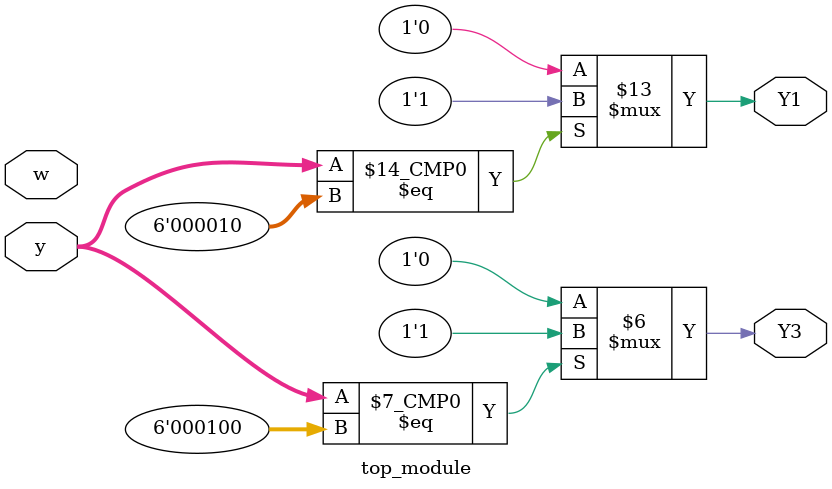
<source format=sv>
module top_module (
	input [5:0] y,
	input w,
	output Y1,
	output Y3
);

reg Y1;
reg Y3;

always @(*) begin
	case(y)
		6'b000001: begin
			Y1 = 0;
			Y3 = 0;
		end
		6'b000010: begin
			Y1 = 1;
			Y3 = 0;
		end
		6'b000100: begin
			Y1 = 0;
			Y3 = 1;
		end
		6'b001000: begin
			Y1 = 0;
			Y3 = 0;
		end
		6'b010000: begin
			Y1 = 0;
			Y3 = 0;
		end
		6'b100000: begin
			Y1 = 0;
			Y3 = 0;
		end
		default: begin
			Y1 = 0;
			Y3 = 0;
		end
	endcase
end

endmodule

</source>
